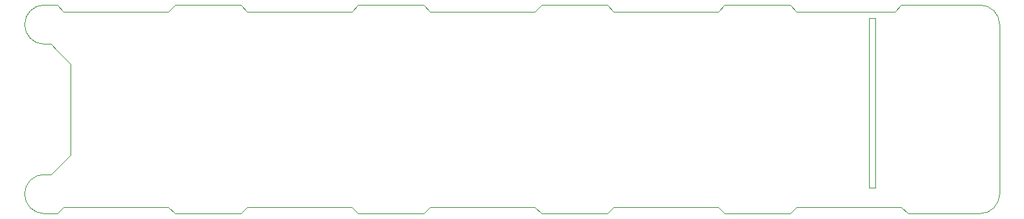
<source format=gm1>
G04 #@! TF.GenerationSoftware,KiCad,Pcbnew,(5.1.4)-1*
G04 #@! TF.CreationDate,2021-12-24T02:42:09+01:00*
G04 #@! TF.ProjectId,5Plank,35506c61-6e6b-42e6-9b69-6361645f7063,rev?*
G04 #@! TF.SameCoordinates,Original*
G04 #@! TF.FileFunction,Profile,NP*
%FSLAX46Y46*%
G04 Gerber Fmt 4.6, Leading zero omitted, Abs format (unit mm)*
G04 Created by KiCad (PCBNEW (5.1.4)-1) date 2021-12-24 02:42:09*
%MOMM*%
%LPD*%
G04 APERTURE LIST*
%ADD10C,0.050000*%
G04 APERTURE END LIST*
D10*
X128587500Y-93662500D02*
X130968750Y-91281250D01*
X127793750Y-93662500D02*
X128587500Y-93662500D01*
X125412500Y-96043750D02*
G75*
G02X127793750Y-93662500I2381250J0D01*
G01*
X127793750Y-98425000D02*
G75*
G02X125412500Y-96043750I0J2381250D01*
G01*
X129381250Y-98425000D02*
X127793750Y-98425000D01*
X130175000Y-97631250D02*
X129381250Y-98425000D01*
X132556250Y-97631250D02*
X130175000Y-97631250D01*
X130968750Y-80168750D02*
X130968750Y-91281250D01*
X129381250Y-78581250D02*
X130968750Y-80168750D01*
X128587500Y-77787500D02*
X129381250Y-78581250D01*
X127793750Y-77787500D02*
X128587500Y-77787500D01*
X127793750Y-77787500D02*
G75*
G02X125412500Y-75406250I0J2381250D01*
G01*
X127793750Y-73025000D02*
X129381250Y-73025000D01*
X125412500Y-75406250D02*
G75*
G02X127793750Y-73025000I2381250J0D01*
G01*
X130175000Y-73818750D02*
X129381250Y-73025000D01*
X132556250Y-73818750D02*
X130175000Y-73818750D01*
X228600000Y-74612500D02*
X228600000Y-75406250D01*
X227806250Y-74612500D02*
X228600000Y-74612500D01*
X227806250Y-75406250D02*
X227806250Y-74612500D01*
X228600000Y-95250000D02*
X228600000Y-75406250D01*
X227806250Y-75406250D02*
X227806250Y-95250000D01*
X227806250Y-95250000D02*
X228600000Y-95250000D01*
X243681250Y-75406250D02*
X243681250Y-96043750D01*
X133350000Y-73818750D02*
X132556250Y-73818750D01*
X142875000Y-73818750D02*
X133350000Y-73818750D01*
X143668750Y-73025000D02*
X142875000Y-73818750D01*
X151606250Y-73025000D02*
X143668750Y-73025000D01*
X152400000Y-73818750D02*
X151606250Y-73025000D01*
X165100000Y-73818750D02*
X152400000Y-73818750D01*
X165893750Y-73025000D02*
X165100000Y-73818750D01*
X167481250Y-73025000D02*
X165893750Y-73025000D01*
X173831250Y-73025000D02*
X167481250Y-73025000D01*
X174625000Y-73818750D02*
X173831250Y-73025000D01*
X187325000Y-73818750D02*
X174625000Y-73818750D01*
X188118750Y-73025000D02*
X187325000Y-73818750D01*
X196056250Y-73025000D02*
X188118750Y-73025000D01*
X196850000Y-73818750D02*
X196056250Y-73025000D01*
X209550000Y-73818750D02*
X196850000Y-73818750D01*
X210343750Y-73025000D02*
X209550000Y-73818750D01*
X218281250Y-73025000D02*
X210343750Y-73025000D01*
X219075000Y-73818750D02*
X218281250Y-73025000D01*
X230981250Y-73818750D02*
X219075000Y-73818750D01*
X231775000Y-73025000D02*
X230981250Y-73818750D01*
X240506250Y-73025000D02*
X231775000Y-73025000D01*
X142875000Y-97631250D02*
X132556250Y-97631250D01*
X163512500Y-97631250D02*
X153987500Y-97631250D01*
X185737500Y-97631250D02*
X176212500Y-97631250D01*
X207962500Y-97631250D02*
X198437500Y-97631250D01*
X230187500Y-97631250D02*
X220662500Y-97631250D01*
X151606250Y-98425000D02*
X143668750Y-98425000D01*
X152400000Y-97631250D02*
X151606250Y-98425000D01*
X153987500Y-97631250D02*
X152400000Y-97631250D01*
X165100000Y-97631250D02*
X163512500Y-97631250D01*
X165893750Y-98425000D02*
X165100000Y-97631250D01*
X173831250Y-98425000D02*
X165893750Y-98425000D01*
X174625000Y-97631250D02*
X173831250Y-98425000D01*
X176212500Y-97631250D02*
X174625000Y-97631250D01*
X187325000Y-97631250D02*
X185737500Y-97631250D01*
X188118750Y-98425000D02*
X187325000Y-97631250D01*
X196056250Y-98425000D02*
X188118750Y-98425000D01*
X196850000Y-97631250D02*
X196056250Y-98425000D01*
X198437500Y-97631250D02*
X196850000Y-97631250D01*
X209550000Y-97631250D02*
X207962500Y-97631250D01*
X210343750Y-98425000D02*
X209550000Y-97631250D01*
X218281250Y-98425000D02*
X210343750Y-98425000D01*
X219075000Y-97631250D02*
X218281250Y-98425000D01*
X220662500Y-97631250D02*
X219075000Y-97631250D01*
X231775000Y-97631250D02*
X230187500Y-97631250D01*
X232568750Y-98425000D02*
X231775000Y-97631250D01*
X240506250Y-98425000D02*
X232568750Y-98425000D01*
X143668750Y-98425000D02*
X142875000Y-97631250D01*
X241300000Y-73025000D02*
X240506250Y-73025000D01*
X241300000Y-98425000D02*
X240506250Y-98425000D01*
X241300000Y-73025000D02*
G75*
G02X243681250Y-75406250I0J-2381250D01*
G01*
X243681250Y-96043750D02*
G75*
G02X241300000Y-98425000I-2381250J0D01*
G01*
M02*

</source>
